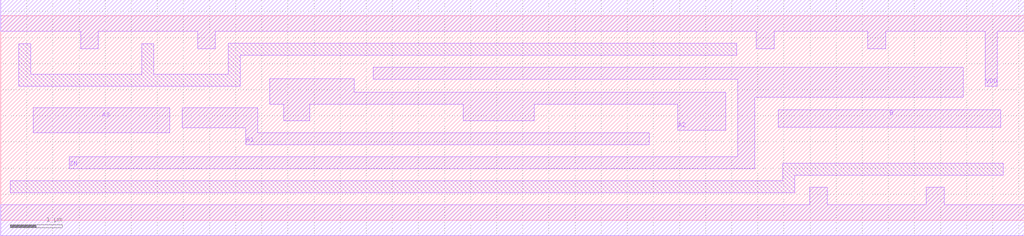
<source format=lef>
# Copyright 2022 GlobalFoundries PDK Authors
#
# Licensed under the Apache License, Version 2.0 (the "License");
# you may not use this file except in compliance with the License.
# You may obtain a copy of the License at
#
#      http://www.apache.org/licenses/LICENSE-2.0
#
# Unless required by applicable law or agreed to in writing, software
# distributed under the License is distributed on an "AS IS" BASIS,
# WITHOUT WARRANTIES OR CONDITIONS OF ANY KIND, either express or implied.
# See the License for the specific language governing permissions and
# limitations under the License.

MACRO gf180mcu_fd_sc_mcu7t5v0__oai31_4
  CLASS core ;
  FOREIGN gf180mcu_fd_sc_mcu7t5v0__oai31_4 0.0 0.0 ;
  ORIGIN 0 0 ;
  SYMMETRY X Y ;
  SITE GF018hv5v_mcu_sc7 ;
  SIZE 19.6 BY 3.92 ;
  PIN A1
    DIRECTION INPUT ;
    ANTENNAGATEAREA 4.158 ;
    PORT
      LAYER METAL1 ;
        POLYGON 3.48 1.77 4.69 1.77 4.69 1.45 12.42 1.45 12.42 1.68 4.92 1.68 4.92 2.15 3.48 2.15  ;
    END
  END A1
  PIN A2
    DIRECTION INPUT ;
    ANTENNAGATEAREA 4.158 ;
    PORT
      LAYER METAL1 ;
        POLYGON 5.15 2.22 5.42 2.22 5.42 1.91 5.92 1.91 5.92 2.22 8.86 2.22 8.86 1.91 10.22 1.91 10.22 2.22 12.97 2.22 12.97 1.725 13.89 1.725 13.89 2.45 6.775 2.45 6.775 2.71 5.15 2.71  ;
    END
  END A2
  PIN A3
    DIRECTION INPUT ;
    ANTENNAGATEAREA 4.158 ;
    PORT
      LAYER METAL1 ;
        POLYGON 0.62 1.68 3.24 1.68 3.24 2.15 0.62 2.15  ;
    END
  END A3
  PIN B
    DIRECTION INPUT ;
    ANTENNAGATEAREA 4.158 ;
    PORT
      LAYER METAL1 ;
        POLYGON 14.89 1.785 19.15 1.785 19.15 2.12 14.89 2.12  ;
    END
  END B
  PIN ZN
    DIRECTION OUTPUT ;
    ANTENNADIFFAREA 5.0289 ;
    PORT
      LAYER METAL1 ;
        POLYGON 7.13 2.7 14.12 2.7 14.12 1.22 1.31 1.22 1.31 0.99 14.44 0.99 14.44 2.36 18.43 2.36 18.43 2.93 7.13 2.93  ;
    END
  END ZN
  PIN VDD
    DIRECTION INOUT ;
    USE power ;
    SHAPE ABUTMENT ;
    PORT
      LAYER METAL1 ;
        POLYGON 0 3.62 1.53 3.62 1.53 3.285 1.87 3.285 1.87 3.62 3.77 3.62 3.77 3.285 4.11 3.285 4.11 3.62 14.1 3.62 14.47 3.62 14.47 3.285 14.81 3.285 14.81 3.62 16.61 3.62 16.61 3.285 16.95 3.285 16.95 3.62 18.855 3.62 18.855 2.57 19.085 2.57 19.085 3.62 19.2 3.62 19.6 3.62 19.6 4.22 19.2 4.22 14.1 4.22 0 4.22  ;
    END
  END VDD
  PIN VSS
    DIRECTION INOUT ;
    USE ground ;
    SHAPE ABUTMENT ;
    PORT
      LAYER METAL1 ;
        POLYGON 0 -0.3 19.6 -0.3 19.6 0.3 18.07 0.3 18.07 0.635 17.73 0.635 17.73 0.3 15.83 0.3 15.83 0.635 15.49 0.635 15.49 0.3 0 0.3  ;
    END
  END VSS
  OBS
      LAYER METAL1 ;
        POLYGON 0.345 2.57 4.59 2.57 4.59 3.16 14.1 3.16 14.1 3.39 4.36 3.39 4.36 2.8 2.935 2.8 2.935 3.38 2.705 3.38 2.705 2.8 0.575 2.8 0.575 3.38 0.345 3.38  ;
        POLYGON 0.18 0.53 15.21 0.53 15.21 0.865 19.2 0.865 19.2 1.095 14.98 1.095 14.98 0.76 0.18 0.76  ;
  END
END gf180mcu_fd_sc_mcu7t5v0__oai31_4

</source>
